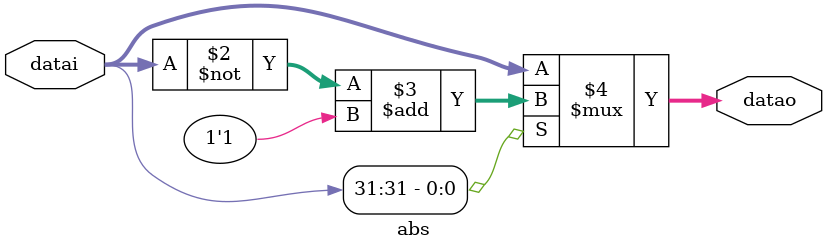
<source format=v>
module abs(
	 input signed [32- 1: 0]    datai,
	output [32- 1: 0]           datao
);

assign  datao = (datai[31] == 1) ? (~datai + 1'b1) : datai;

endmodule


</source>
